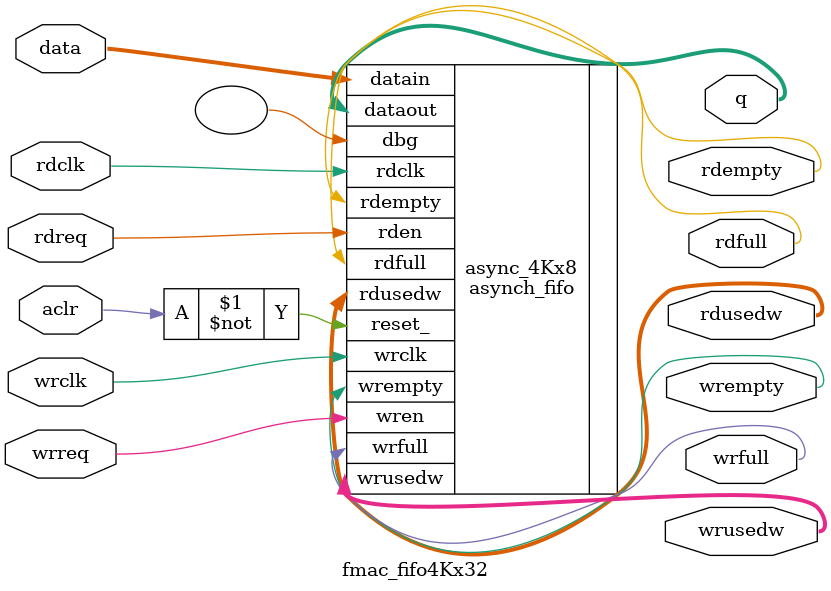
<source format=v>

`timescale 1ns/1ps
// synopsys translate_on

module fmac_fifo4Kx32

(
			 aclr,
			 
			//=== Signals for WRITE
			wrclk,      	// Clk for writing data                              
			wrreq,      	// request to write 
			data,     		// Data coming in                                                                    
			wrfull,     	// indicates fifo is full or not (To avoid overiding)
		    wrempty,  		// indicates fifo is empty or not (to avoid underflow)                                                                                                      
            wrusedw,      	// number of slots currently in use for writting                                     

			//=== Signals for READ
		    rdclk,       	// Clk for reading data                     
			rdreq,       	// Request to read from FIFO                           
			q, 	    	 	// Data coming out                                     
			rdempty,  	 	// indicates fifo is empty or not (to avoid underflow)  
			rdusedw,      	// number of slots currently in use for reading
			rdfull      	// indicates fifo is full or not (To avoid overiding)
			
);


	parameter WIDTH = 32,
			  DEPTH = 4096,
			  PTR	= 12;
			  
			  
			input  wire 				aclr;
			
			//=== Signals for WRITE
			input  wire 				wrclk;  	// Clk for writing data                              
			input  wire 				wrreq;  	// request to write 
			input  wire [WIDTH-1 : 0]	data;   	// Data coming in                                                                    
			output wire					wrfull; 	// indicates fifo is full or not (To avoid overiding)
			output wire 			    wrempty;	// indicates fifo is empty or not (to avoid underflow) 		                                       
			output wire	[PTR : 0]		wrusedw;	// number of slots currently in use for writting 
			
			//=== Signals for READ
		    input  wire 				rdclk;      // Clk for reading data                   
			input  wire 				rdreq;      // Request to read from FIFO                           
			output wire [WIDTH-1 : 0]	q; 	    	// Data coming out                                     
			output wire 				rdempty;  	// indicates fifo is empty or not (to avoid underflow)  
			output wire [PTR : 0] 		rdusedw;    // number of slots currently in use for reading
			output wire 				rdfull;     // indicates fifo is full or not (To avoid overiding)


asynch_fifo 	#(.WIDTH (WIDTH),		  			// Making 4096X32 fifo
					  		  .DEPTH (DEPTH),
					 		  .PTR	 (PTR) )		// 2**12 = 4096 (DEPTH)
 											
    async_4Kx8 (
			.reset_		(~aclr),
			
			//=== Signals for WRITE
			.wrclk		(wrclk),		// Clk to write data
			.wren		(wrreq),	   	// write enable
			.datain		(data),			// write data
			.wrfull		(wrfull),		// indicates fifo is full or not (To avoid overiding)
			.wrempty	(wrempty),		// indicates fifo is empty or not (to avoid underflow)
			.wrusedw	(wrusedw),		// wrusedw -number of locations filled in fifo


			//=== Signals for READ
			.rdclk		(rdclk),		// i-1, Clk to read data
			.rden		(rdreq),		// i-1, read enable of data FIFO
			.dataout	(q),			// Dataout of data FIFO
			.rdfull		(rdfull),		// indicates fifo is full or not (To avoid overiding) (Not used)
			.rdempty	(rdempty),		// indicates fifo is empty or not (to avoid underflow)
			.rdusedw	(rdusedw),		// rdusedw -number of locations filled in fifo (not used )

			//=== Signals for TEST
			.dbg		()

		 );
endmodule
</source>
